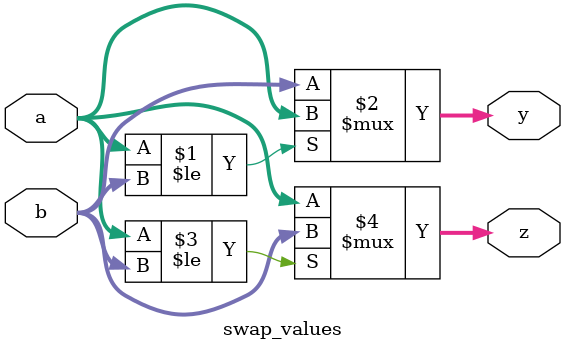
<source format=v>
module swap_values(a, b, y, z);

parameter m = 255;
parameter SIZE = $clog2(m);

input [SIZE-1:0] a, b;
output [SIZE-1:0] y, z;

assign y = (a <= b) ? a : b;
assign z = (a <= b) ? b : a;

endmodule

</source>
